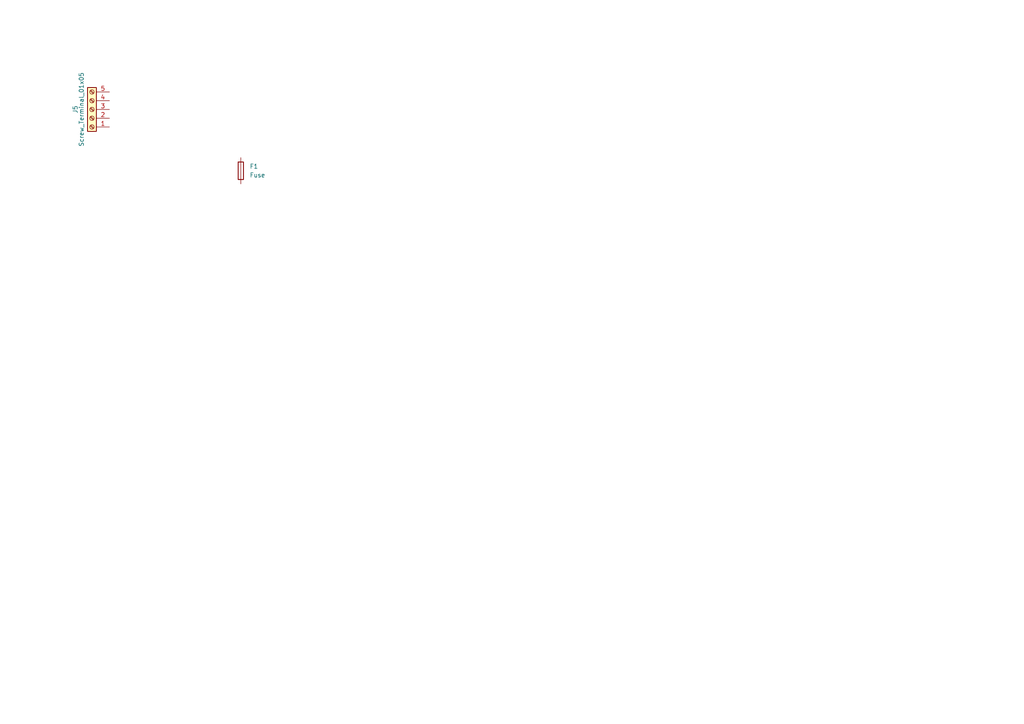
<source format=kicad_sch>
(kicad_sch (version 20231120) (generator "eeschema") (generator_version "8.0")
  (paper "A4")
  (title_block (title "Three-Phase AC Network Interface") (date "25/03/2025") (rev "1.0") (company "Lucas Rayan Guerra da Silva"))
  (lib_symbols
    (symbol "Connector:Screw_Terminal_01x05" (pin_names (offset 1.016) hide)
      (property "Reference" "J" (at 0 7.62 0))
      (property "Value" "Screw_Terminal_01x05" (at 0 -7.62 0))
      (symbol "Screw_Terminal_01x05_1_1"
        (rectangle (start -1.27 6.35) (end 1.27 -6.35) (stroke (width 0.254)) (fill (type background)))
        (circle (center 0 -5.08) (radius 0.635) (stroke (width 0.1524)))
        (circle (center 0 -2.54) (radius 0.635) (stroke (width 0.1524)))
        (polyline (pts (xy -0.5334 -4.7498) (xy 0.3302 -5.588)) (stroke (width 0.1524)))
        (polyline (pts (xy -0.5334 -2.2098) (xy 0.3302 -3.048)) (stroke (width 0.1524)))
        (polyline (pts (xy -0.5334 0.3302) (xy 0.3302 -0.508)) (stroke (width 0.1524)))
        (polyline (pts (xy -0.5334 2.8702) (xy 0.3302 2.032)) (stroke (width 0.1524)))
        (polyline (pts (xy -0.5334 5.4102) (xy 0.3302 4.572)) (stroke (width 0.1524)))
        (polyline (pts (xy -0.3556 -4.572) (xy 0.508 -5.4102)) (stroke (width 0.1524)))
        (polyline (pts (xy -0.3556 -2.032) (xy 0.508 -2.8702)) (stroke (width 0.1524)))
        (polyline (pts (xy -0.3556 0.508) (xy 0.508 -0.3302)) (stroke (width 0.1524)))
        (polyline (pts (xy -0.3556 3.048) (xy 0.508 2.2098)) (stroke (width 0.1524)))
        (polyline (pts (xy -0.3556 5.588) (xy 0.508 4.7498)) (stroke (width 0.1524)))
        (circle (center 0 0) (radius 0.635) (stroke (width 0.1524)))
        (circle (center 0 2.54) (radius 0.635) (stroke (width 0.1524)))
        (circle (center 0 5.08) (radius 0.635) (stroke (width 0.1524)))
        (pin passive line (at -5.08 5.08 0) (length 3.81) (name "Pin_1") (number "1"))
        (pin passive line (at -5.08 2.54 0) (length 3.81) (name "Pin_2") (number "2"))
        (pin passive line (at -5.08 0 0) (length 3.81) (name "Pin_3") (number "3"))
        (pin passive line (at -5.08 -2.54 0) (length 3.81) (name "Pin_4") (number "4"))
        (pin passive line (at -5.08 -5.08 0) (length 3.81) (name "Pin_5") (number "5"))
      )
    )
    (symbol "Device:Fuse" (pin_numbers hide) (pin_names (offset 0))
      (property "Reference" "F" (at 2.032 0 90))
      (property "Value" "Fuse" (at -1.905 0 90))
      (symbol "Fuse_0_1"
        (rectangle (start -0.762 -2.54) (end 0.762 2.54) (stroke (width 0.254)))
        (polyline (pts (xy 0 2.54) (xy 0 -2.54)))
      )
      (symbol "Fuse_1_1"
        (pin passive line (at 0 3.81 270) (length 1.27) (name "~") (number "1"))
        (pin passive line (at 0 -3.81 90) (length 1.27) (name "~") (number "2"))
      )
    )
  )
  (symbol (lib_id "Connector:Screw_Terminal_01x05") (at 26.67 31.75 180) (unit 1)
    (property "Reference" "J5" (at 21.844 31.75 90))
    (property "Value" "Screw_Terminal_01x05" (at 23.622 31.75 90))
    (property "Footprint" "TerminalBlock:TerminalBlock_bornier-5_P5.08mm" (effects (hide yes)))
    (property "Description" "Generic screw terminal, single row, 01x05, script generated (kicad-library-utils/schlib/autogen/connector/)" (effects (hide yes)))
  )
  (symbol (lib_id "Device:Fuse") (at 69.85 49.53 0) (unit 1)
    (property "Reference" "F1" (at 72.39 48.2599 0) (effects (justify left)))
    (property "Value" "Fuse" (at 72.39 50.7999 0) (effects (justify left)))
    (property "Footprint" "Fuse:Fuseholder_Clip-5x20mm_Keystone_3512_Inline_P23.62x7.27mm_D1.02x1.57mm_Horizontal" (effects (hide yes)))
    (property "Description" "Fuse" (effects (hide yes)))
  )
)
</source>
